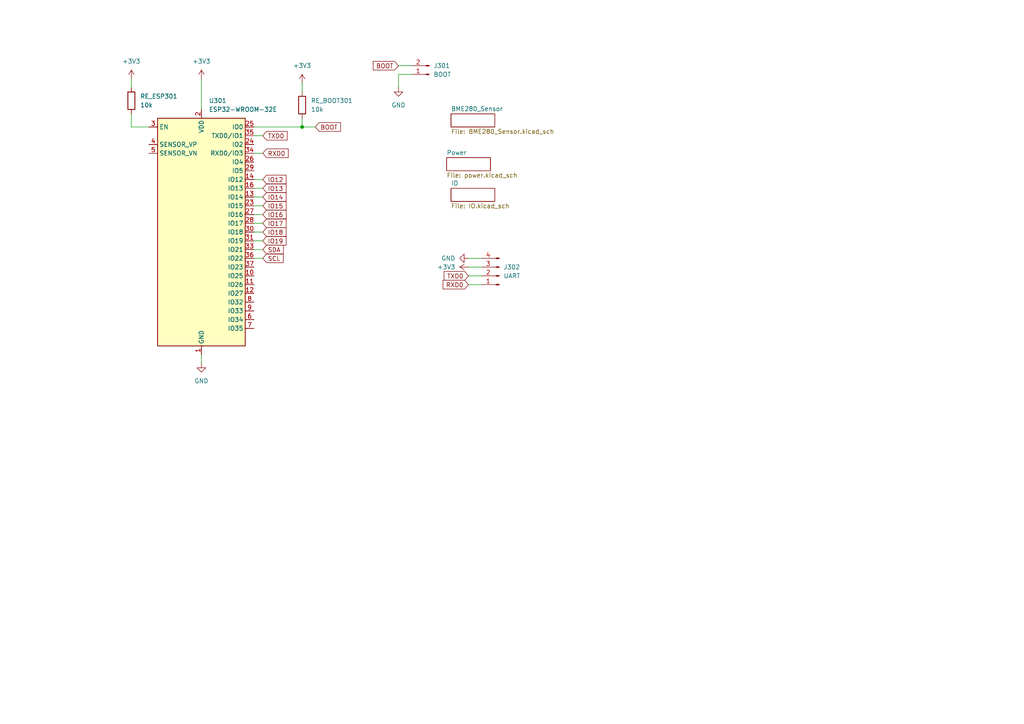
<source format=kicad_sch>
(kicad_sch (version 20250114) (generator "eeschema") (generator_version "9.0")
  (paper "A4")
  (lib_symbols
    (symbol "Connector:Conn_01x02_Pin" (pin_names (offset 1.016) (hide yes))
      (property "Reference" "J" (at 0 2.54 0))
      (property "Value" "Conn_01x02_Pin" (at 0 -5.08 0))
      (symbol "Conn_01x02_Pin_1_1"
        (rectangle (start 0.8636 0.127) (end 0 -0.127) (stroke (width 0.1524)) (fill (type outline)))
        (rectangle (start 0.8636 -2.413) (end 0 -2.667) (stroke (width 0.1524)) (fill (type outline)))
        (polyline (pts (xy 1.27 0) (xy 0.8636 0)) (stroke (width 0.1524)))
        (polyline (pts (xy 1.27 -2.54) (xy 0.8636 -2.54)) (stroke (width 0.1524)))
        (pin passive line (at 5.08 0 180) (length 3.81) (name "Pin_1") (number "1"))
        (pin passive line (at 5.08 -2.54 180) (length 3.81) (name "Pin_2") (number "2"))
      )
    )
    (symbol "Connector:Conn_01x04_Pin" (pin_names (offset 1.016) (hide yes))
      (property "Reference" "J" (at 0 5.08 0))
      (property "Value" "Conn_01x04_Pin" (at 0 -7.62 0))
      (symbol "Conn_01x04_Pin_1_1"
        (rectangle (start 0.8636 2.667) (end 0 2.413) (stroke (width 0.1524)) (fill (type outline)))
        (rectangle (start 0.8636 0.127) (end 0 -0.127) (stroke (width 0.1524)) (fill (type outline)))
        (rectangle (start 0.8636 -2.413) (end 0 -2.667) (stroke (width 0.1524)) (fill (type outline)))
        (rectangle (start 0.8636 -4.953) (end 0 -5.207) (stroke (width 0.1524)) (fill (type outline)))
        (polyline (pts (xy 1.27 2.54) (xy 0.8636 2.54)) (stroke (width 0.1524)))
        (polyline (pts (xy 1.27 0) (xy 0.8636 0)) (stroke (width 0.1524)))
        (polyline (pts (xy 1.27 -2.54) (xy 0.8636 -2.54)) (stroke (width 0.1524)))
        (polyline (pts (xy 1.27 -5.08) (xy 0.8636 -5.08)) (stroke (width 0.1524)))
        (pin passive line (at 5.08 2.54 180) (length 3.81) (name "Pin_1") (number "1"))
        (pin passive line (at 5.08 0 180) (length 3.81) (name "Pin_2") (number "2"))
        (pin passive line (at 5.08 -2.54 180) (length 3.81) (name "Pin_3") (number "3"))
        (pin passive line (at 5.08 -5.08 180) (length 3.81) (name "Pin_4") (number "4"))
      )
    )
    (symbol "Device:R" (pin_numbers (hide yes)) (pin_names (offset 0))
      (property "Reference" "R" (at 2.032 0 90))
      (property "Value" "R" (at 0 0 90))
      (symbol "R_0_1"
        (rectangle (start -1.016 -2.54) (end 1.016 2.54) (stroke (width 0.254)))
      )
      (symbol "R_1_1"
        (pin passive line (at 0 3.81 270) (length 1.27) (name "~") (number "1"))
        (pin passive line (at 0 -3.81 90) (length 1.27) (name "~") (number "2"))
      )
    )
    (symbol "RF_Module:ESP32-WROOM-32E"
      (property "Reference" "U" (at -12.7 34.29 0))
      (property "Value" "ESP32-WROOM-32E" (at 1.27 34.29 0))
      (symbol "ESP32-WROOM-32E_0_1"
        (rectangle (start -12.7 33.02) (end 12.7 -33.02) (stroke (width 0.254)) (fill (type background)))
      )
      (symbol "ESP32-WROOM-32E_1_1"
        (pin input line (at -15.24 30.48 0) (length 2.54) (name "EN") (number "3"))
        (pin input line (at -15.24 25.4 0) (length 2.54) (name "SENSOR_VP") (number "4"))
        (pin input line (at -15.24 22.86 0) (length 2.54) (name "SENSOR_VN") (number "5"))
        (pin no_connect line (at -12.7 0 0) (length 2.54) (hide yes) (name "NC") (number "21"))
        (pin no_connect line (at -12.7 -2.54 0) (length 2.54) (hide yes) (name "NC") (number "22"))
        (pin no_connect line (at -12.7 -5.08 0) (length 2.54) (hide yes) (name "NC") (number "17"))
        (pin no_connect line (at -12.7 -7.62 0) (length 2.54) (hide yes) (name "NC") (number "18"))
        (pin no_connect line (at -12.7 -10.16 0) (length 2.54) (hide yes) (name "NC") (number "20"))
        (pin no_connect line (at -12.7 -12.7 0) (length 2.54) (hide yes) (name "NC") (number "19"))
        (pin no_connect line (at -12.7 -27.94 0) (length 2.54) (hide yes) (name "NC") (number "32"))
        (pin power_in line (at 0 35.56 270) (length 2.54) (name "VDD") (number "2"))
        (pin power_in line (at 0 -35.56 90) (length 2.54) (name "GND") (number "1"))
        (pin passive line (at 0 -35.56 90) (length 2.54) (hide yes) (name "GND") (number "15"))
        (pin passive line (at 0 -35.56 90) (length 2.54) (hide yes) (name "GND") (number "38"))
        (pin passive line (at 0 -35.56 90) (length 2.54) (hide yes) (name "GND") (number "39"))
        (pin bidirectional line (at 15.24 30.48 180) (length 2.54) (name "IO0") (number "25"))
        (pin bidirectional line (at 15.24 27.94 180) (length 2.54) (name "TXD0/IO1") (number "35"))
        (pin bidirectional line (at 15.24 25.4 180) (length 2.54) (name "IO2") (number "24"))
        (pin bidirectional line (at 15.24 22.86 180) (length 2.54) (name "RXD0/IO3") (number "34"))
        (pin bidirectional line (at 15.24 20.32 180) (length 2.54) (name "IO4") (number "26"))
        (pin bidirectional line (at 15.24 17.78 180) (length 2.54) (name "IO5") (number "29"))
        (pin bidirectional line (at 15.24 15.24 180) (length 2.54) (name "IO12") (number "14"))
        (pin bidirectional line (at 15.24 12.7 180) (length 2.54) (name "IO13") (number "16"))
        (pin bidirectional line (at 15.24 10.16 180) (length 2.54) (name "IO14") (number "13"))
        (pin bidirectional line (at 15.24 7.62 180) (length 2.54) (name "IO15") (number "23"))
        (pin bidirectional line (at 15.24 5.08 180) (length 2.54) (name "IO16") (number "27"))
        (pin bidirectional line (at 15.24 2.54 180) (length 2.54) (name "IO17") (number "28"))
        (pin bidirectional line (at 15.24 0 180) (length 2.54) (name "IO18") (number "30"))
        (pin bidirectional line (at 15.24 -2.54 180) (length 2.54) (name "IO19") (number "31"))
        (pin bidirectional line (at 15.24 -5.08 180) (length 2.54) (name "IO21") (number "33"))
        (pin bidirectional line (at 15.24 -7.62 180) (length 2.54) (name "IO22") (number "36"))
        (pin bidirectional line (at 15.24 -10.16 180) (length 2.54) (name "IO23") (number "37"))
        (pin bidirectional line (at 15.24 -12.7 180) (length 2.54) (name "IO25") (number "10"))
        (pin bidirectional line (at 15.24 -15.24 180) (length 2.54) (name "IO26") (number "11"))
        (pin bidirectional line (at 15.24 -17.78 180) (length 2.54) (name "IO27") (number "12"))
        (pin bidirectional line (at 15.24 -20.32 180) (length 2.54) (name "IO32") (number "8"))
        (pin bidirectional line (at 15.24 -22.86 180) (length 2.54) (name "IO33") (number "9"))
        (pin input line (at 15.24 -25.4 180) (length 2.54) (name "IO34") (number "6"))
        (pin input line (at 15.24 -27.94 180) (length 2.54) (name "IO35") (number "7"))
      )
    )
    (symbol "power:+3V3" (power) (pin_numbers (hide yes)) (pin_names (offset 0) (hide yes))
      (property "Value" "+3V3" (at 0 3.556 0))
      (symbol "+3V3_0_1"
        (polyline (pts (xy -0.762 1.27) (xy 0 2.54)))
        (polyline (pts (xy 0 2.54) (xy 0.762 1.27)))
        (polyline (pts (xy 0 0) (xy 0 2.54)))
      )
      (symbol "+3V3_1_1"
        (pin power_in line (at 0 0 90) (length 0) (name "~") (number "1"))
      )
    )
    (symbol "power:GND" (power) (pin_numbers (hide yes)) (pin_names (offset 0) (hide yes))
      (property "Value" "GND" (at 0 -3.81 0))
      (symbol "GND_0_1"
        (polyline (pts (xy 0 0) (xy 0 -1.27) (xy 1.27 -1.27) (xy 0 -2.54) (xy -1.27 -1.27) (xy 0 -1.27)))
      )
      (symbol "GND_1_1"
        (pin power_in line (at 0 0 270) (length 0) (name "~") (number "1"))
      )
    )
  )
  (junction (at 87.63 36.83))
  (wire (pts (xy 87.63 36.83) (xy 91.44 36.83)))
  (wire (pts (xy 76.2 44.45) (xy 73.66 44.45)))
  (wire (pts (xy 58.42 22.86) (xy 58.42 31.75)))
  (wire (pts (xy 58.42 105.41) (xy 58.42 102.87)))
  (wire (pts (xy 38.1 33.02) (xy 38.1 36.83)))
  (wire (pts (xy 76.2 57.15) (xy 73.66 57.15)))
  (wire (pts (xy 38.1 22.86) (xy 38.1 25.4)))
  (wire (pts (xy 76.2 54.61) (xy 73.66 54.61)))
  (wire (pts (xy 38.1 36.83) (xy 43.18 36.83)))
  (wire (pts (xy 139.7 77.47) (xy 135.89 77.47)))
  (wire (pts (xy 119.38 21.59) (xy 115.57 21.59)))
  (wire (pts (xy 76.2 69.85) (xy 73.66 69.85)))
  (wire (pts (xy 76.2 64.77) (xy 73.66 64.77)))
  (wire (pts (xy 76.2 72.39) (xy 73.66 72.39)))
  (wire (pts (xy 76.2 59.69) (xy 73.66 59.69)))
  (wire (pts (xy 115.57 21.59) (xy 115.57 25.4)))
  (wire (pts (xy 87.63 36.83) (xy 87.63 34.29)))
  (wire (pts (xy 115.57 19.05) (xy 119.38 19.05)))
  (wire (pts (xy 76.2 74.93) (xy 73.66 74.93)))
  (wire (pts (xy 76.2 39.37) (xy 73.66 39.37)))
  (wire (pts (xy 73.66 36.83) (xy 87.63 36.83)))
  (wire (pts (xy 76.2 52.07) (xy 73.66 52.07)))
  (wire (pts (xy 87.63 24.13) (xy 87.63 26.67)))
  (wire (pts (xy 139.7 74.93) (xy 135.89 74.93)))
  (wire (pts (xy 76.2 62.23) (xy 73.66 62.23)))
  (wire (pts (xy 139.7 80.01) (xy 135.89 80.01)))
  (wire (pts (xy 76.2 67.31) (xy 73.66 67.31)))
  (wire (pts (xy 139.7 82.55) (xy 135.89 82.55)))
  (global_label "SDA" (shape input) (at 76.2 72.39 0) (property "Intersheetrefs" "${INTERSHEET_REFS}" (effects (hide yes))))
  (global_label "IO17" (shape input) (at 76.2 64.77 0) (property "Intersheetrefs" "${INTERSHEET_REFS}" (effects (hide yes))))
  (global_label "IO18" (shape input) (at 76.2 67.31 0) (property "Intersheetrefs" "${INTERSHEET_REFS}" (effects (hide yes))))
  (global_label "BOOT" (shape input) (at 115.57 19.05 180) (property "Intersheetrefs" "${INTERSHEET_REFS}" (effects (hide yes))))
  (global_label "IO12" (shape input) (at 76.2 52.07 0) (property "Intersheetrefs" "${INTERSHEET_REFS}" (effects (hide yes))))
  (global_label "TXD0" (shape input) (at 135.89 80.01 180) (property "Intersheetrefs" "${INTERSHEET_REFS}" (effects (hide yes))))
  (global_label "BOOT" (shape input) (at 91.44 36.83 0) (property "Intersheetrefs" "${INTERSHEET_REFS}" (effects (hide yes))))
  (global_label "IO19" (shape input) (at 76.2 69.85 0) (property "Intersheetrefs" "${INTERSHEET_REFS}" (effects (hide yes))))
  (global_label "IO15" (shape input) (at 76.2 59.69 0) (property "Intersheetrefs" "${INTERSHEET_REFS}" (effects (hide yes))))
  (global_label "IO13" (shape input) (at 76.2 54.61 0) (property "Intersheetrefs" "${INTERSHEET_REFS}" (effects (hide yes))))
  (global_label "TXD0" (shape input) (at 76.2 39.37 0) (property "Intersheetrefs" "${INTERSHEET_REFS}" (effects (hide yes))))
  (global_label "SCL" (shape input) (at 76.2 74.93 0) (property "Intersheetrefs" "${INTERSHEET_REFS}" (effects (hide yes))))
  (global_label "IO16" (shape input) (at 76.2 62.23 0) (property "Intersheetrefs" "${INTERSHEET_REFS}" (effects (hide yes))))
  (global_label "IO14" (shape input) (at 76.2 57.15 0) (property "Intersheetrefs" "${INTERSHEET_REFS}" (effects (hide yes))))
  (global_label "RXD0" (shape input) (at 76.2 44.45 0) (property "Intersheetrefs" "${INTERSHEET_REFS}" (effects (hide yes))))
  (global_label "RXD0" (shape input) (at 135.89 82.55 180) (property "Intersheetrefs" "${INTERSHEET_REFS}" (effects (hide yes))))
  (symbol (lib_id "power:+3V3") (at 38.1 22.86 0) (unit 1)
    (property "Reference" "#PWR0301" (effects (hide yes)))
    (property "Value" "+3V3" (at 38.1 17.78 0))
    (property "Description" "Power symbol creates a global label with name \"+3V3\"" (effects (hide yes)))
  )
  (symbol (lib_id "power:GND") (at 58.42 105.41 0) (unit 1)
    (property "Reference" "#PWR0303" (effects (hide yes)))
    (property "Value" "GND" (at 58.42 110.49 0))
    (property "Description" "Power symbol creates a global label with name \"GND\" , ground" (effects (hide yes)))
  )
  (symbol (lib_id "Connector:Conn_01x02_Pin") (at 124.46 21.59 180) (unit 1)
    (property "Reference" "J301" (at 125.73 19.0499 0) (effects (justify right)))
    (property "Value" "BOOT" (at 125.73 21.5899 0) (effects (justify right)))
    (property "Footprint" "Connector_PinHeader_2.00mm:PinHeader_1x02_P2.00mm_Vertical" (effects (hide yes)))
    (property "Description" "Generic connector, single row, 01x02, script generated" (effects (hide yes)))
  )
  (symbol (lib_id "Connector:Conn_01x04_Pin") (at 144.78 80.01 180) (unit 1)
    (property "Reference" "J302" (at 146.05 77.4699 0) (effects (justify right)))
    (property "Value" "UART" (at 146.05 80.0099 0) (effects (justify right)))
    (property "Footprint" "Connector_PinHeader_2.54mm:PinHeader_1x04_P2.54mm_Vertical" (effects (hide yes)))
    (property "Description" "Generic connector, single row, 01x04, script generated" (effects (hide yes)))
  )
  (symbol (lib_id "power:+3V3") (at 135.89 77.47 90) (unit 1)
    (property "Reference" "#PWR0307" (effects (hide yes)))
    (property "Value" "+3V3" (at 132.08 77.4699 90) (effects (justify left)))
    (property "Description" "Power symbol creates a global label with name \"+3V3\"" (effects (hide yes)))
  )
  (symbol (lib_id "RF_Module:ESP32-WROOM-32E") (at 58.42 67.31 0) (unit 1)
    (property "Reference" "U301" (at 60.5633 29.21 0) (effects (justify left)))
    (property "Value" "ESP32-WROOM-32E" (at 60.5633 31.75 0) (effects (justify left)))
    (property "Footprint" "RF_Module:ESP32-WROOM-32D" (effects (hide yes)))
    (property "Datasheet" "https://www.espressif.com/sites/default/files/documentation/esp32-wroom-32e_esp32-wroom-32ue_datasheet_en.pdf" (effects (hide yes)))
    (property "Description" "RF Module, ESP32-D0WD-V3 SoC, without PSRAM, Wi-Fi 802.11b/g/n, Bluetooth, BLE, 32-bit, 2.7-3.6V, onboard antenna, SMD" (effects (hide yes)))
  )
  (symbol (lib_id "power:GND") (at 135.89 74.93 270) (unit 1)
    (property "Reference" "#PWR0306" (effects (hide yes)))
    (property "Value" "GND" (at 132.08 74.9299 90) (effects (justify right)))
    (property "Description" "Power symbol creates a global label with name \"GND\" , ground" (effects (hide yes)))
  )
  (symbol (lib_id "power:+3V3") (at 87.63 24.13 0) (unit 1)
    (property "Reference" "#PWR0304" (effects (hide yes)))
    (property "Value" "+3V3" (at 87.63 19.05 0))
    (property "Description" "Power symbol creates a global label with name \"+3V3\"" (effects (hide yes)))
  )
  (symbol (lib_id "Device:R") (at 87.63 30.48 0) (unit 1)
    (property "Reference" "RE_BOOT301" (at 90.17 29.2099 0) (effects (justify left)))
    (property "Value" "10k" (at 90.17 31.7499 0) (effects (justify left)))
    (property "Footprint" "Resistor_SMD:R_0603_1608Metric" (effects (hide yes)))
    (property "Description" "Resistor" (effects (hide yes)))
  )
  (symbol (lib_id "Device:R") (at 38.1 29.21 0) (unit 1)
    (property "Reference" "RE_ESP301" (at 40.64 27.9399 0) (effects (justify left)))
    (property "Value" "10k" (at 40.64 30.4799 0) (effects (justify left)))
    (property "Footprint" "Resistor_SMD:R_0603_1608Metric" (effects (hide yes)))
    (property "Description" "Resistor" (effects (hide yes)))
  )
  (symbol (lib_id "power:GND") (at 115.57 25.4 0) (unit 1)
    (property "Reference" "#PWR0305" (effects (hide yes)))
    (property "Value" "GND" (at 115.57 30.48 0))
    (property "Description" "Power symbol creates a global label with name \"GND\" , ground" (effects (hide yes)))
  )
  (symbol (lib_id "power:+3V3") (at 58.42 22.86 0) (unit 1)
    (property "Reference" "#PWR0302" (effects (hide yes)))
    (property "Value" "+3V3" (at 58.42 17.78 0))
    (property "Description" "Power symbol creates a global label with name \"+3V3\"" (effects (hide yes)))
  )
  (sheet (at 130.81 54.61) (size 12.7 3.81) (stroke (width 0.1524))
    (property "Sheetname" "IO" (at 130.81 53.8984 0) (effects (justify left bottom)))
    (property "Sheetfile" "IO.kicad_sch" (at 130.81 59.0046 0) (effects (justify left top)))
  )
  (sheet (at 129.54 45.72) (size 12.7 3.81) (stroke (width 0.1524))
    (property "Sheetname" "Power" (at 129.54 45.0084 0) (effects (justify left bottom)))
    (property "Sheetfile" "power.kicad_sch" (at 129.54 50.1146 0) (effects (justify left top)))
  )
  (sheet (at 130.81 33.02) (size 12.7 3.81) (stroke (width 0.1524))
    (property "Sheetname" "BME280_Sensor" (at 130.81 32.3084 0) (effects (justify left bottom)))
    (property "Sheetfile" "BME280_Sensor.kicad_sch" (at 130.81 37.4146 0) (effects (justify left top)))
  )
)
</source>
